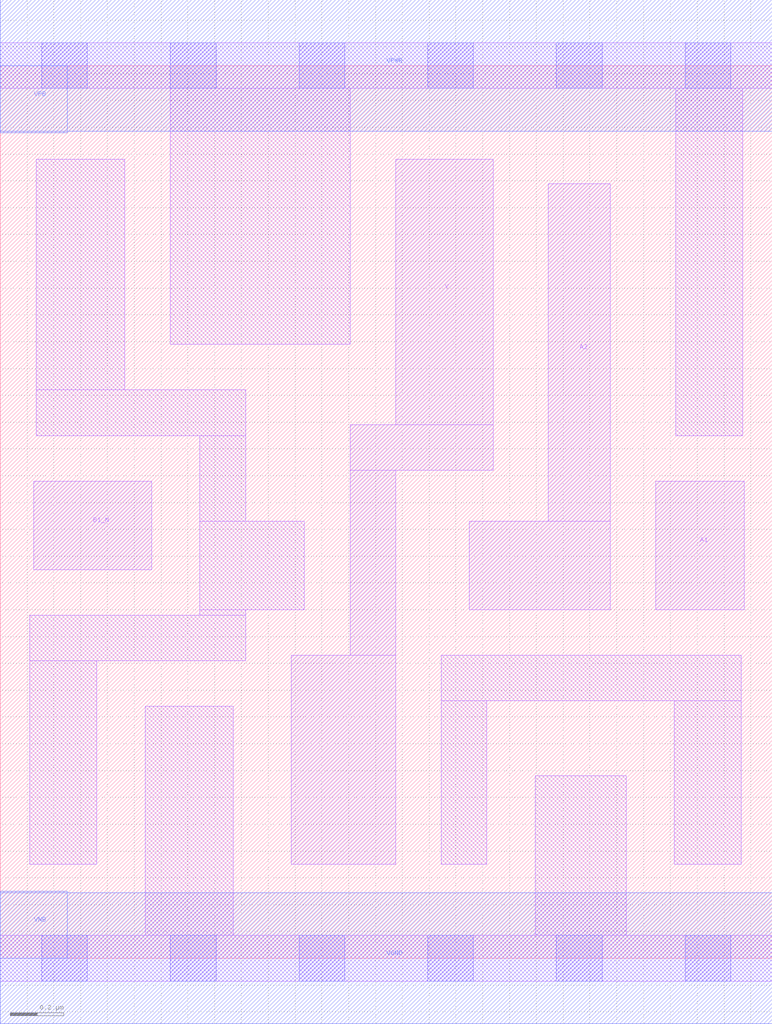
<source format=lef>
# Copyright 2020 The SkyWater PDK Authors
#
# Licensed under the Apache License, Version 2.0 (the "License");
# you may not use this file except in compliance with the License.
# You may obtain a copy of the License at
#
#     https://www.apache.org/licenses/LICENSE-2.0
#
# Unless required by applicable law or agreed to in writing, software
# distributed under the License is distributed on an "AS IS" BASIS,
# WITHOUT WARRANTIES OR CONDITIONS OF ANY KIND, either express or implied.
# See the License for the specific language governing permissions and
# limitations under the License.
#
# SPDX-License-Identifier: Apache-2.0

VERSION 5.5 ;
NAMESCASESENSITIVE ON ;
BUSBITCHARS "[]" ;
DIVIDERCHAR "/" ;
MACRO sky130_fd_sc_ms__o21bai_1
  CLASS CORE ;
  SOURCE USER ;
  ORIGIN  0.000000  0.000000 ;
  SIZE  2.880000 BY  3.330000 ;
  SYMMETRY X Y ;
  SITE unit ;
  PIN A1
    ANTENNAGATEAREA  0.279000 ;
    DIRECTION INPUT ;
    USE SIGNAL ;
    PORT
      LAYER li1 ;
        RECT 2.445000 1.300000 2.775000 1.780000 ;
    END
  END A1
  PIN A2
    ANTENNAGATEAREA  0.279000 ;
    DIRECTION INPUT ;
    USE SIGNAL ;
    PORT
      LAYER li1 ;
        RECT 1.750000 1.300000 2.275000 1.630000 ;
        RECT 2.045000 1.630000 2.275000 2.890000 ;
    END
  END A2
  PIN B1_N
    ANTENNAGATEAREA  0.208000 ;
    DIRECTION INPUT ;
    USE SIGNAL ;
    PORT
      LAYER li1 ;
        RECT 0.125000 1.450000 0.565000 1.780000 ;
    END
  END B1_N
  PIN Y
    ANTENNADIFFAREA  0.543200 ;
    DIRECTION OUTPUT ;
    USE SIGNAL ;
    PORT
      LAYER li1 ;
        RECT 1.085000 0.350000 1.475000 1.130000 ;
        RECT 1.305000 1.130000 1.475000 1.820000 ;
        RECT 1.305000 1.820000 1.840000 1.990000 ;
        RECT 1.475000 1.990000 1.840000 2.980000 ;
    END
  END Y
  PIN VGND
    DIRECTION INOUT ;
    USE GROUND ;
    PORT
      LAYER met1 ;
        RECT 0.000000 -0.245000 2.880000 0.245000 ;
    END
  END VGND
  PIN VNB
    DIRECTION INOUT ;
    USE GROUND ;
    PORT
      LAYER met1 ;
        RECT 0.000000 0.000000 0.250000 0.250000 ;
    END
  END VNB
  PIN VPB
    DIRECTION INOUT ;
    USE POWER ;
    PORT
      LAYER met1 ;
        RECT 0.000000 3.080000 0.250000 3.330000 ;
    END
  END VPB
  PIN VPWR
    DIRECTION INOUT ;
    USE POWER ;
    PORT
      LAYER met1 ;
        RECT 0.000000 3.085000 2.880000 3.575000 ;
    END
  END VPWR
  OBS
    LAYER li1 ;
      RECT 0.000000 -0.085000 2.880000 0.085000 ;
      RECT 0.000000  3.245000 2.880000 3.415000 ;
      RECT 0.110000  0.350000 0.360000 1.110000 ;
      RECT 0.110000  1.110000 0.915000 1.280000 ;
      RECT 0.135000  1.950000 0.915000 2.120000 ;
      RECT 0.135000  2.120000 0.465000 2.980000 ;
      RECT 0.540000  0.085000 0.870000 0.940000 ;
      RECT 0.635000  2.290000 1.305000 3.245000 ;
      RECT 0.745000  1.280000 0.915000 1.300000 ;
      RECT 0.745000  1.300000 1.135000 1.630000 ;
      RECT 0.745000  1.630000 0.915000 1.950000 ;
      RECT 1.645000  0.350000 1.815000 0.960000 ;
      RECT 1.645000  0.960000 2.765000 1.130000 ;
      RECT 1.995000  0.085000 2.335000 0.680000 ;
      RECT 2.515000  0.350000 2.765000 0.960000 ;
      RECT 2.520000  1.950000 2.770000 3.245000 ;
    LAYER mcon ;
      RECT 0.155000 -0.085000 0.325000 0.085000 ;
      RECT 0.155000  3.245000 0.325000 3.415000 ;
      RECT 0.635000 -0.085000 0.805000 0.085000 ;
      RECT 0.635000  3.245000 0.805000 3.415000 ;
      RECT 1.115000 -0.085000 1.285000 0.085000 ;
      RECT 1.115000  3.245000 1.285000 3.415000 ;
      RECT 1.595000 -0.085000 1.765000 0.085000 ;
      RECT 1.595000  3.245000 1.765000 3.415000 ;
      RECT 2.075000 -0.085000 2.245000 0.085000 ;
      RECT 2.075000  3.245000 2.245000 3.415000 ;
      RECT 2.555000 -0.085000 2.725000 0.085000 ;
      RECT 2.555000  3.245000 2.725000 3.415000 ;
  END
END sky130_fd_sc_ms__o21bai_1
END LIBRARY

</source>
